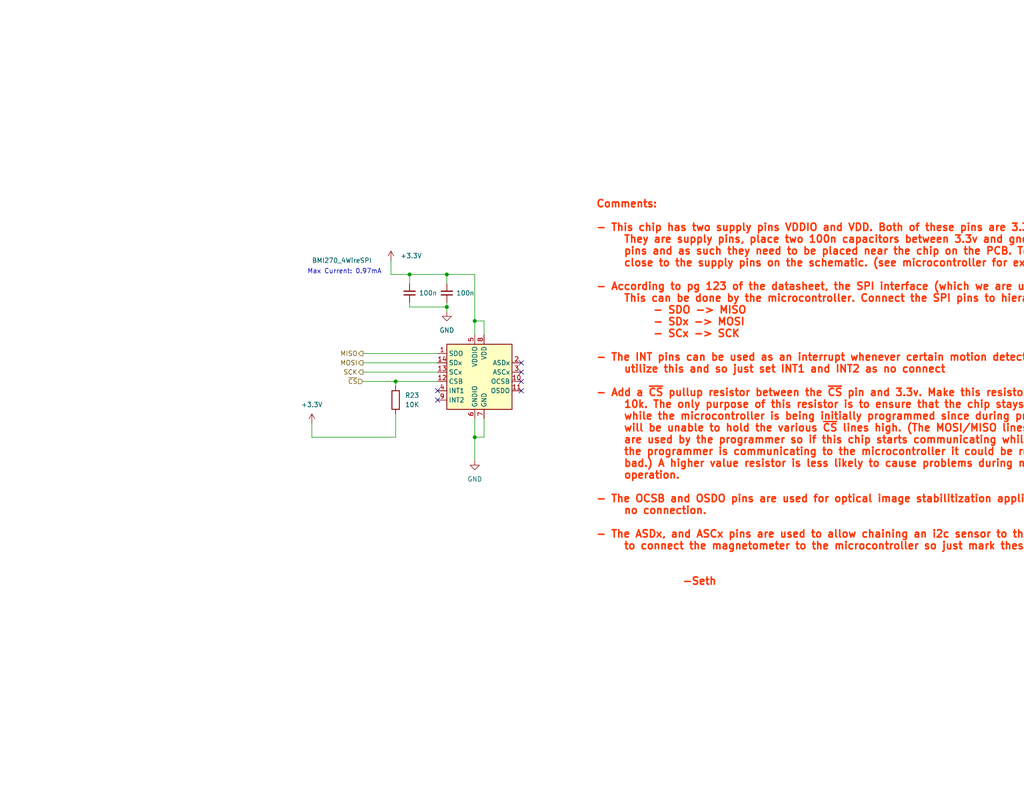
<source format=kicad_sch>
(kicad_sch (version 20230121) (generator eeschema)
  (paper "USLetter")
  (title_block (title "SRAD-FC") (company "Missouri S&T Rocket Design Team"))
  (lib_symbols
    (symbol "BMI270:BMI270"
      (property "Reference" "U" (at -10.16 8.89 0))
      (property "Value" "BMI270" (at 7.62 8.89 0))
      (symbol "BMI270_1_1"
        (rectangle (start -10.16 7.62) (end 7.62 -10.16) (stroke (width 0.254)) (fill (type background)))
        (pin bidirectional line (at -12.7 5.08 0) (length 2.54) (name "SDO") (number "1"))
        (pin bidirectional line (at 10.16 -2.54 180) (length 2.54) (name "OCSB") (number "10"))
        (pin bidirectional line (at 10.16 -5.08 180) (length 2.54) (name "OSDO") (number "11"))
        (pin input line (at -12.7 -2.54 0) (length 2.54) (name "CSB") (number "12"))
        (pin input line (at -12.7 0 0) (length 2.54) (name "SCx") (number "13"))
        (pin bidirectional line (at -12.7 2.54 0) (length 2.54) (name "SDx") (number "14"))
        (pin bidirectional line (at 10.16 2.54 180) (length 2.54) (name "ASDx") (number "2"))
        (pin output line (at 10.16 0 180) (length 2.54) (name "ASCx") (number "3"))
        (pin bidirectional line (at -12.7 -5.08 0) (length 2.54) (name "INT1") (number "4"))
        (pin power_in line (at -2.54 10.16 270) (length 2.54) (name "VDDIO") (number "5"))
        (pin power_in line (at -2.54 -12.7 90) (length 2.54) (name "GNDIO") (number "6"))
        (pin power_in line (at 0 -12.7 90) (length 2.54) (name "GND") (number "7"))
        (pin power_in line (at 0 10.16 270) (length 2.54) (name "VDD") (number "8"))
        (pin bidirectional line (at -12.7 -7.62 0) (length 2.54) (name "INT2") (number "9"))
      )
    )
    (symbol "C_Small_1" (pin_numbers hide) (pin_names (offset 0.254) hide)
      (property "Reference" "C" (at 0.254 1.778 0))
      (property "Value" "C_Small" (at 0.254 -2.032 0))
      (symbol "C_Small_1_0_1"
        (polyline (pts (xy -1.524 -0.508) (xy 1.524 -0.508)) (stroke (width 0.3302)))
        (polyline (pts (xy -1.524 0.508) (xy 1.524 0.508)) (stroke (width 0.3048)))
      )
      (symbol "C_Small_1_1_1"
        (pin passive line (at 0 2.54 270) (length 2.032) (name "~") (number "1"))
        (pin passive line (at 0 -2.54 90) (length 2.032) (name "~") (number "2"))
      )
    )
    (symbol "Device:R" (pin_numbers hide) (pin_names (offset 0))
      (property "Reference" "R" (at 2.032 0 90))
      (property "Value" "R" (at 0 0 90))
      (symbol "R_0_1"
        (rectangle (start -1.016 -2.54) (end 1.016 2.54) (stroke (width 0.254)))
      )
      (symbol "R_1_1"
        (pin passive line (at 0 3.81 270) (length 1.27) (name "~") (number "1"))
        (pin passive line (at 0 -3.81 90) (length 1.27) (name "~") (number "2"))
      )
    )
    (symbol "power:+3.3V" (power) (pin_names (offset 0))
      (property "Value" "+3.3V" (at 0 3.556 0))
      (symbol "+3.3V_0_1"
        (polyline (pts (xy -0.762 1.27) (xy 0 2.54)))
        (polyline (pts (xy 0 0) (xy 0 2.54)))
        (polyline (pts (xy 0 2.54) (xy 0.762 1.27)))
      )
      (symbol "+3.3V_1_1"
        (pin power_in line (at 0 0 90) (length 0) hide (name "+3.3V") (number "1"))
      )
    )
    (symbol "power:GND" (power) (pin_names (offset 0))
      (property "Value" "GND" (at 0 -3.81 0))
      (symbol "GND_0_1"
        (polyline (pts (xy 0 0) (xy 0 -1.27) (xy 1.27 -1.27) (xy 0 -2.54) (xy -1.27 -1.27) (xy 0 -1.27)))
      )
      (symbol "GND_1_1"
        (pin power_in line (at 0 0 270) (length 0) hide (name "GND") (number "1"))
      )
    )
  )
  (junction (at 129.54 87.63))
  (junction (at 129.54 119.38))
  (junction (at 111.76 74.93))
  (junction (at 107.95 104.14))
  (junction (at 121.92 83.82))
  (junction (at 121.92 74.93))
  (no_connect (at 142.24 106.68))
  (no_connect (at 142.24 99.06))
  (no_connect (at 119.38 109.22))
  (no_connect (at 142.24 104.14))
  (no_connect (at 119.38 106.68))
  (no_connect (at 142.24 101.6))
  (wire (pts (xy 132.08 119.38) (xy 129.54 119.38)))
  (wire (pts (xy 111.76 74.93) (xy 111.76 77.47)))
  (wire (pts (xy 129.54 114.3) (xy 129.54 119.38)))
  (wire (pts (xy 106.68 71.12) (xy 106.68 74.93)))
  (wire (pts (xy 99.06 101.6) (xy 119.38 101.6)))
  (wire (pts (xy 107.95 119.38) (xy 85.09 119.38)))
  (wire (pts (xy 121.92 74.93) (xy 129.54 74.93)))
  (wire (pts (xy 121.92 83.82) (xy 111.76 83.82)))
  (wire (pts (xy 99.06 96.52) (xy 119.38 96.52)))
  (wire (pts (xy 129.54 87.63) (xy 129.54 74.93)))
  (wire (pts (xy 107.95 113.03) (xy 107.95 119.38)))
  (wire (pts (xy 121.92 77.47) (xy 121.92 74.93)))
  (wire (pts (xy 107.95 105.41) (xy 107.95 104.14)))
  (wire (pts (xy 132.08 91.44) (xy 132.08 87.63)))
  (wire (pts (xy 129.54 91.44) (xy 129.54 87.63)))
  (wire (pts (xy 111.76 82.55) (xy 111.76 83.82)))
  (wire (pts (xy 99.06 104.14) (xy 107.95 104.14)))
  (wire (pts (xy 106.68 74.93) (xy 111.76 74.93)))
  (wire (pts (xy 111.76 74.93) (xy 121.92 74.93)))
  (wire (pts (xy 132.08 87.63) (xy 129.54 87.63)))
  (wire (pts (xy 99.06 99.06) (xy 119.38 99.06)))
  (wire (pts (xy 85.09 115.57) (xy 85.09 119.38)))
  (wire (pts (xy 121.92 83.82) (xy 121.92 85.09)))
  (wire (pts (xy 129.54 119.38) (xy 129.54 125.73)))
  (wire (pts (xy 107.95 104.14) (xy 119.38 104.14)))
  (wire (pts (xy 132.08 114.3) (xy 132.08 119.38)))
  (wire (pts (xy 121.92 82.55) (xy 121.92 83.82)))
  (text "Max Current: 0.97mA" (at 83.82 74.93 0) (effects (font (size 1.27 1.27)) (justify left bottom)))
  (text "Comments:\n\n- This chip has two supply pins VDDIO and VDD. Both of these pins are 3.3v compatible. Connect them both to 3.3v. Since\n	They are supply pins, place two 100n capacitors between 3.3v and gnd. These are decoupling capacitors for the supply\n	pins and as such they need to be placed near the chip on the PCB. To help us remember this, place them physically\n	close to the supply pins on the schematic. (see microcontroller for example) \n\n- According to pg 123 of the datasheet, the SPI interface (which we are using) is selected by toggling the CSB pin (~{CS})\n	This can be done by the microcontroller. Connect the SPI pins to hierarchical labels as follows:\n		- SDO -> MISO\n		- SDx -> MOSI\n		- SCx -> SCK\n\n- The INT pins can be used as an interrupt whenever certain motion detections occur, we do not really have enough pins to \n	utilize this and so just set INT1 and INT2 as no connect\n\n- Add a ~{CS} pullup resistor between the ~{CS} pin and 3.3v. Make this resistor\n	10k. The only purpose of this resistor is to ensure that the chip stays inactive \n	while the microcontroller is being initially programmed since during programming the chip\n	will be unable to hold the various ~{CS} lines high. (The MOSI/MISO lines \n	are used by the programmer so if this chip starts communicating while\n	the programmer is communicating to the microcontroller it could be really \n	bad.) A higher value resistor is less likely to cause problems during normal \n	operation. \n\n- The OCSB and OSDO pins are used for optical image stabilitization applications. We don't need them so set them as\n	no connection.  \n\n- The ASDx, and ASCx pins are used to allow chaining an i2c sensor to this chip (ex magnetometer). We are just going\n	to connect the magnetometer to the microcontroller so just mark these pins as no connect. \n\n\n			-Seth" (at 162.56 160.02 0) (effects (font (size 2 2) (thickness 0.4) bold) (justify left bottom)))
  (hierarchical_label "MOSI" (shape output) (at 99.06 99.06 180))
  (hierarchical_label "~{CS}" (shape input) (at 99.06 104.14 180))
  (hierarchical_label "SCK" (shape output) (at 99.06 101.6 180))
  (hierarchical_label "MISO" (shape output) (at 99.06 96.52 180))
  (symbol (lib_name "C_Small_1") (lib_id "Device:C_Small") (at 111.76 80.01 180) (unit 1)
    (property "Reference" "100n" (at 114.3 80.0036 0) (effects (justify right)))
    (property "Value" "C_Small" (effects hide))
  )
  (symbol (lib_id "BMI270:BMI270") (at 132.08 101.6 0) (unit 1)
    (property "Reference" "BMI270_4WireSPI" (at 85.09 71.12 0) (effects (justify left)))
    (property "Value" "BMI270" (effects hide))
    (property "Footprint" "BMI270:XDCR_BMI270" (effects hide))
    (property "Datasheet" "https://www.bosch-sensortec.com/media/boschsensortec/downloads/datasheets/bst-bmi270-ds000.pdf" (effects hide))
    (property "Digikey" "https://www.digikey.com/en/products/detail/bosch-sensortec/BMI270/9974486?utm_adgroup=Sensors%20%26%20Transducers&utm_source=google&utm_medium=cpc&utm_campaign=Dynamic%20Search_EN_RLSA_Cart&utm_term=&utm_content=Sensors%20%26%20Transducers&gclid=Cj0KCQjw1_SkBhDwARIsANbGpFsXN_IUW-d2CKXTD8IF1CNAza4MFGjnKHXdgmWalAkx2e0zr_FoS2UaAiHwEALw_wcB" (effects hide))
  )
  (symbol (lib_name "C_Small_1") (lib_id "Device:C_Small") (at 121.92 80.01 180) (unit 1)
    (property "Reference" "100n" (at 124.46 80.0036 0) (effects (justify right)))
    (property "Value" "C_Small" (effects hide))
  )
  (symbol (lib_id "power:+3.3V") (at 106.68 71.12 0) (unit 1)
    (property "Reference" "#PWR040" (effects hide))
    (property "Value" "+3.3V" (at 109.22 69.85 0) (effects (justify left)))
  )
  (symbol (lib_id "power:GND") (at 121.92 85.09 0) (unit 1)
    (property "Reference" "#PWR038" (effects hide))
    (property "Value" "GND" (at 121.92 90.17 0))
  )
  (symbol (lib_id "power:+3.3V") (at 85.09 115.57 0) (unit 1)
    (property "Reference" "#PWR041" (effects hide))
    (property "Value" "+3.3V" (at 85.09 110.49 0))
  )
  (symbol (lib_id "power:GND") (at 129.54 125.73 0) (unit 1)
    (property "Reference" "#PWR037" (effects hide))
    (property "Value" "GND" (at 129.54 130.81 0))
  )
  (symbol (lib_id "Device:R") (at 107.95 109.22 0) (unit 1)
    (property "Reference" "R23" (at 110.49 107.95 0) (effects (justify left)))
    (property "Value" "10K" (at 110.49 110.49 0) (effects (justify left)))
  )
)
</source>
